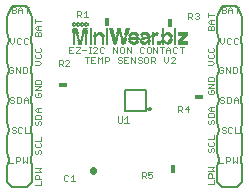
<source format=gto>
G75*
%MOIN*%
%OFA0B0*%
%FSLAX24Y24*%
%IPPOS*%
%LPD*%
%AMOC8*
5,1,8,0,0,1.08239X$1,22.5*
%
%ADD10C,0.0040*%
%ADD11C,0.0050*%
%ADD12C,0.0070*%
%ADD13C,0.0020*%
%ADD14R,0.0180X0.0300*%
%ADD15R,0.0300X0.0180*%
%ADD16C,0.0220*%
%ADD17C,0.0080*%
%ADD18R,0.0042X0.0007*%
%ADD19R,0.0035X0.0007*%
%ADD20R,0.0028X0.0007*%
%ADD21R,0.0099X0.0007*%
%ADD22R,0.0106X0.0007*%
%ADD23R,0.0092X0.0007*%
%ADD24R,0.0120X0.0007*%
%ADD25R,0.0113X0.0007*%
%ADD26R,0.0085X0.0007*%
%ADD27R,0.0333X0.0007*%
%ADD28R,0.0099X0.0007*%
%ADD29R,0.0106X0.0007*%
%ADD30R,0.0092X0.0007*%
%ADD31R,0.0163X0.0007*%
%ADD32R,0.0149X0.0007*%
%ADD33R,0.0092X0.0007*%
%ADD34R,0.0127X0.0007*%
%ADD35R,0.0333X0.0007*%
%ADD36R,0.0099X0.0007*%
%ADD37R,0.0106X0.0007*%
%ADD38R,0.0092X0.0007*%
%ADD39R,0.0113X0.0007*%
%ADD40R,0.0191X0.0007*%
%ADD41R,0.0177X0.0007*%
%ADD42R,0.0092X0.0007*%
%ADD43R,0.0149X0.0007*%
%ADD44R,0.0333X0.0007*%
%ADD45R,0.0120X0.0007*%
%ADD46R,0.0212X0.0007*%
%ADD47R,0.0191X0.0007*%
%ADD48R,0.0092X0.0007*%
%ADD49R,0.0177X0.0007*%
%ADD50R,0.0120X0.0007*%
%ADD51R,0.0234X0.0007*%
%ADD52R,0.0205X0.0007*%
%ADD53R,0.0099X0.0007*%
%ADD54R,0.0120X0.0007*%
%ADD55R,0.0092X0.0007*%
%ADD56R,0.0113X0.0007*%
%ADD57R,0.0120X0.0007*%
%ADD58R,0.0255X0.0007*%
%ADD59R,0.0220X0.0007*%
%ADD60R,0.0092X0.0007*%
%ADD61R,0.0106X0.0007*%
%ADD62R,0.0198X0.0007*%
%ADD63R,0.0333X0.0007*%
%ADD64R,0.0135X0.0007*%
%ADD65R,0.0127X0.0007*%
%ADD66R,0.0269X0.0007*%
%ADD67R,0.0326X0.0007*%
%ADD68R,0.0212X0.0007*%
%ADD69R,0.0135X0.0007*%
%ADD70R,0.0127X0.0007*%
%ADD71R,0.0127X0.0007*%
%ADD72R,0.0283X0.0007*%
%ADD73R,0.0333X0.0007*%
%ADD74R,0.0227X0.0007*%
%ADD75R,0.0135X0.0007*%
%ADD76R,0.0127X0.0007*%
%ADD77R,0.0290X0.0007*%
%ADD78R,0.0333X0.0007*%
%ADD79R,0.0135X0.0007*%
%ADD80R,0.0297X0.0007*%
%ADD81R,0.0340X0.0007*%
%ADD82R,0.0149X0.0007*%
%ADD83R,0.0135X0.0007*%
%ADD84R,0.0142X0.0007*%
%ADD85R,0.0312X0.0007*%
%ADD86R,0.0156X0.0007*%
%ADD87R,0.0340X0.0007*%
%ADD88R,0.0142X0.0007*%
%ADD89R,0.0120X0.0007*%
%ADD90R,0.0142X0.0007*%
%ADD91R,0.0326X0.0007*%
%ADD92R,0.0149X0.0007*%
%ADD93R,0.0142X0.0007*%
%ADD94R,0.0106X0.0007*%
%ADD95R,0.0127X0.0007*%
%ADD96R,0.0135X0.0007*%
%ADD97R,0.0113X0.0007*%
%ADD98R,0.0163X0.0007*%
%ADD99R,0.0163X0.0007*%
%ADD100R,0.0156X0.0007*%
%ADD101R,0.0113X0.0007*%
%ADD102R,0.0120X0.0007*%
%ADD103R,0.0163X0.0007*%
%ADD104R,0.0163X0.0007*%
%ADD105R,0.0085X0.0007*%
%ADD106R,0.0170X0.0007*%
%ADD107R,0.0177X0.0007*%
%ADD108R,0.0085X0.0007*%
%ADD109R,0.0078X0.0007*%
%ADD110R,0.0177X0.0007*%
%ADD111R,0.0106X0.0007*%
%ADD112R,0.0113X0.0007*%
%ADD113R,0.0085X0.0007*%
%ADD114R,0.0177X0.0007*%
%ADD115R,0.0085X0.0007*%
%ADD116R,0.0177X0.0007*%
%ADD117R,0.0177X0.0007*%
%ADD118R,0.0099X0.0007*%
%ADD119R,0.0184X0.0007*%
%ADD120R,0.0099X0.0007*%
%ADD121R,0.0368X0.0007*%
%ADD122R,0.0191X0.0007*%
%ADD123R,0.0368X0.0007*%
%ADD124R,0.0163X0.0007*%
%ADD125R,0.0184X0.0007*%
%ADD126R,0.0368X0.0007*%
%ADD127R,0.0290X0.0007*%
%ADD128R,0.0113X0.0007*%
%ADD129R,0.0085X0.0007*%
%ADD130R,0.0368X0.0007*%
%ADD131R,0.0276X0.0007*%
%ADD132R,0.0361X0.0007*%
%ADD133R,0.0255X0.0007*%
%ADD134R,0.0085X0.0007*%
%ADD135R,0.0361X0.0007*%
%ADD136R,0.0220X0.0007*%
%ADD137R,0.0361X0.0007*%
%ADD138R,0.0099X0.0007*%
%ADD139R,0.0106X0.0007*%
%ADD140R,0.0106X0.0007*%
%ADD141R,0.0120X0.0007*%
%ADD142R,0.0219X0.0007*%
%ADD143R,0.0142X0.0007*%
%ADD144R,0.0219X0.0007*%
%ADD145R,0.0312X0.0007*%
%ADD146R,0.0219X0.0007*%
%ADD147R,0.0347X0.0007*%
%ADD148R,0.0312X0.0007*%
%ADD149R,0.0304X0.0007*%
%ADD150R,0.0340X0.0007*%
%ADD151R,0.0312X0.0007*%
%ADD152R,0.0234X0.0007*%
%ADD153R,0.0297X0.0007*%
%ADD154R,0.0219X0.0007*%
%ADD155R,0.0312X0.0007*%
%ADD156R,0.0227X0.0007*%
%ADD157R,0.0283X0.0007*%
%ADD158R,0.0290X0.0007*%
%ADD159R,0.0269X0.0007*%
%ADD160R,0.0205X0.0007*%
%ADD161R,0.0184X0.0007*%
%ADD162R,0.0255X0.0007*%
%ADD163R,0.0198X0.0007*%
%ADD164R,0.0191X0.0007*%
%ADD165R,0.0184X0.0007*%
%ADD166R,0.0241X0.0007*%
%ADD167R,0.0255X0.0007*%
%ADD168R,0.0191X0.0007*%
%ADD169R,0.0198X0.0007*%
%ADD170R,0.0184X0.0007*%
%ADD171R,0.0234X0.0007*%
%ADD172R,0.0212X0.0007*%
%ADD173R,0.0184X0.0007*%
%ADD174R,0.0170X0.0007*%
%ADD175R,0.0170X0.0007*%
%ADD176R,0.0156X0.0007*%
%ADD177R,0.0035X0.0007*%
%ADD178R,0.0170X0.0007*%
%ADD179R,0.0042X0.0007*%
%ADD180R,0.0064X0.0007*%
%ADD181R,0.0028X0.0007*%
%ADD182R,0.0035X0.0007*%
%ADD183R,0.0156X0.0007*%
%ADD184R,0.0177X0.0007*%
%ADD185R,0.0170X0.0007*%
%ADD186R,0.0028X0.0007*%
%ADD187R,0.0028X0.0007*%
%ADD188R,0.0057X0.0007*%
%ADD189R,0.0057X0.0007*%
%ADD190R,0.0042X0.0007*%
%ADD191R,0.0043X0.0007*%
%ADD192R,0.0050X0.0007*%
%ADD193R,0.0050X0.0007*%
%ADD194R,0.0043X0.0007*%
%ADD195R,0.0043X0.0007*%
%ADD196R,0.0035X0.0007*%
%ADD197R,0.0035X0.0007*%
%ADD198R,0.0078X0.0007*%
%ADD199R,0.0064X0.0007*%
D10*
X001182Y000615D02*
X001382Y000615D01*
X001382Y000748D01*
X001382Y000836D02*
X001182Y000836D01*
X001182Y000936D01*
X001216Y000969D01*
X001282Y000969D01*
X001316Y000936D01*
X001316Y000836D01*
X001382Y001057D02*
X001182Y001057D01*
X001316Y001124D02*
X001382Y001190D01*
X001182Y001190D01*
X001316Y001124D02*
X001382Y001057D01*
X000895Y001363D02*
X000895Y001563D01*
X000762Y001563D02*
X000762Y001363D01*
X000829Y001430D01*
X000895Y001363D01*
X000674Y001463D02*
X000674Y001530D01*
X000641Y001563D01*
X000541Y001563D01*
X000541Y001363D01*
X000541Y001430D02*
X000641Y001430D01*
X000674Y001463D01*
X000453Y001363D02*
X000320Y001363D01*
X000320Y001563D01*
X000432Y002347D02*
X000399Y002381D01*
X000432Y002347D02*
X000499Y002347D01*
X000532Y002381D01*
X000532Y002414D01*
X000499Y002447D01*
X000432Y002447D01*
X000399Y002481D01*
X000399Y002514D01*
X000432Y002547D01*
X000499Y002547D01*
X000532Y002514D01*
X000620Y002514D02*
X000620Y002381D01*
X000653Y002347D01*
X000720Y002347D01*
X000753Y002381D01*
X000841Y002347D02*
X000974Y002347D01*
X000841Y002347D02*
X000841Y002547D01*
X000753Y002514D02*
X000720Y002547D01*
X000653Y002547D01*
X000620Y002514D01*
X001182Y002656D02*
X001216Y002623D01*
X001249Y002623D01*
X001282Y002656D01*
X001282Y002723D01*
X001316Y002756D01*
X001349Y002756D01*
X001382Y002723D01*
X001382Y002656D01*
X001349Y002623D01*
X001182Y002656D02*
X001182Y002723D01*
X001216Y002756D01*
X001182Y002844D02*
X001182Y002944D01*
X001216Y002977D01*
X001349Y002977D01*
X001382Y002944D01*
X001382Y002844D01*
X001182Y002844D01*
X001249Y003065D02*
X001182Y003131D01*
X001249Y003198D01*
X001382Y003198D01*
X001282Y003198D02*
X001282Y003065D01*
X001249Y003065D02*
X001382Y003065D01*
X000935Y003371D02*
X000935Y003504D01*
X000868Y003571D01*
X000801Y003504D01*
X000801Y003371D01*
X000714Y003404D02*
X000714Y003538D01*
X000680Y003571D01*
X000580Y003571D01*
X000580Y003371D01*
X000680Y003371D01*
X000714Y003404D01*
X000801Y003471D02*
X000935Y003471D01*
X001182Y003601D02*
X001182Y003668D01*
X001216Y003701D01*
X001182Y003668D01*
X001182Y003601D01*
X001216Y003568D01*
X001349Y003568D01*
X001382Y003601D01*
X001382Y003668D01*
X001349Y003701D01*
X001282Y003701D01*
X001282Y003634D01*
X001282Y003701D01*
X001349Y003701D01*
X001382Y003668D01*
X001382Y003601D01*
X001349Y003568D01*
X001216Y003568D01*
X001182Y003601D01*
X001182Y003789D02*
X001382Y003922D01*
X001182Y003922D01*
X001382Y003922D01*
X001182Y003789D01*
X001382Y003789D01*
X001182Y003789D01*
X001182Y004010D02*
X001182Y004110D01*
X001216Y004143D01*
X001349Y004143D01*
X001382Y004110D01*
X001382Y004010D01*
X001182Y004010D01*
X001182Y004110D01*
X001216Y004143D01*
X001349Y004143D01*
X001382Y004110D01*
X001382Y004010D01*
X001182Y004010D01*
X000862Y004355D02*
X000762Y004355D01*
X000762Y004555D01*
X000862Y004555D01*
X000895Y004522D01*
X000895Y004388D01*
X000862Y004355D01*
X000674Y004355D02*
X000674Y004555D01*
X000541Y004555D02*
X000674Y004355D01*
X000541Y004355D02*
X000541Y004555D01*
X000453Y004522D02*
X000420Y004555D01*
X000353Y004555D01*
X000320Y004522D01*
X000320Y004388D01*
X000353Y004355D01*
X000420Y004355D01*
X000453Y004388D01*
X000453Y004455D01*
X000387Y004455D01*
X001186Y004637D02*
X001319Y004637D01*
X001386Y004704D01*
X001319Y004770D01*
X001186Y004770D01*
X001219Y004858D02*
X001353Y004858D01*
X001386Y004891D01*
X001386Y004958D01*
X001353Y004991D01*
X001353Y005079D02*
X001386Y005112D01*
X001386Y005179D01*
X001353Y005212D01*
X001353Y005079D02*
X001219Y005079D01*
X001186Y005112D01*
X001186Y005179D01*
X001219Y005212D01*
X001219Y004991D02*
X001186Y004958D01*
X001186Y004891D01*
X001219Y004858D01*
X000901Y005339D02*
X000835Y005339D01*
X000801Y005373D01*
X000801Y005506D01*
X000835Y005539D01*
X000901Y005539D01*
X000935Y005506D01*
X000935Y005373D02*
X000901Y005339D01*
X000714Y005373D02*
X000680Y005339D01*
X000614Y005339D01*
X000580Y005373D01*
X000580Y005506D01*
X000614Y005539D01*
X000680Y005539D01*
X000714Y005506D01*
X000493Y005539D02*
X000493Y005406D01*
X000426Y005339D01*
X000359Y005406D01*
X000359Y005539D01*
X001170Y005584D02*
X001170Y005684D01*
X001204Y005717D01*
X001237Y005717D01*
X001270Y005684D01*
X001270Y005584D01*
X001370Y005584D02*
X001170Y005584D01*
X001270Y005684D02*
X001304Y005717D01*
X001337Y005717D01*
X001370Y005684D01*
X001370Y005584D01*
X001370Y005805D02*
X001237Y005805D01*
X001170Y005872D01*
X001237Y005938D01*
X001370Y005938D01*
X001270Y005938D02*
X001270Y005805D01*
X001170Y006026D02*
X001170Y006159D01*
X001170Y006093D02*
X001370Y006093D01*
X000907Y006363D02*
X000907Y006563D01*
X000841Y006563D02*
X000974Y006563D01*
X000753Y006496D02*
X000753Y006363D01*
X000753Y006463D02*
X000620Y006463D01*
X000620Y006496D02*
X000620Y006363D01*
X000532Y006396D02*
X000532Y006430D01*
X000499Y006463D01*
X000399Y006463D01*
X000499Y006463D02*
X000532Y006496D01*
X000532Y006530D01*
X000499Y006563D01*
X000399Y006563D01*
X000399Y006363D01*
X000499Y006363D01*
X000532Y006396D01*
X000620Y006496D02*
X000686Y006563D01*
X000753Y006496D01*
X002316Y005241D02*
X002316Y005041D01*
X002450Y005041D01*
X002537Y005041D02*
X002671Y005041D01*
X002758Y005141D02*
X002892Y005141D01*
X002979Y005041D02*
X003046Y005041D01*
X003013Y005041D02*
X003013Y005241D01*
X003046Y005241D02*
X002979Y005241D01*
X003127Y005208D02*
X003160Y005241D01*
X003227Y005241D01*
X003260Y005208D01*
X003260Y005174D01*
X003127Y005041D01*
X003260Y005041D01*
X003348Y005074D02*
X003348Y005208D01*
X003381Y005241D01*
X003448Y005241D01*
X003481Y005208D01*
X003481Y005074D02*
X003448Y005041D01*
X003381Y005041D01*
X003348Y005074D01*
X003408Y004881D02*
X003341Y004814D01*
X003274Y004881D01*
X003274Y004681D01*
X003187Y004681D02*
X003053Y004681D01*
X003053Y004881D01*
X003187Y004881D01*
X003120Y004781D02*
X003053Y004781D01*
X002966Y004881D02*
X002832Y004881D01*
X002899Y004881D02*
X002899Y004681D01*
X002537Y005041D02*
X002537Y005074D01*
X002671Y005208D01*
X002671Y005241D01*
X002537Y005241D01*
X002450Y005241D02*
X002316Y005241D01*
X002316Y005141D02*
X002383Y005141D01*
X002283Y004793D02*
X002216Y004793D01*
X002183Y004760D01*
X002096Y004760D02*
X002096Y004693D01*
X002062Y004660D01*
X001962Y004660D01*
X002029Y004660D02*
X002096Y004593D01*
X002183Y004593D02*
X002317Y004726D01*
X002317Y004760D01*
X002283Y004793D01*
X002096Y004760D02*
X002062Y004793D01*
X001962Y004793D01*
X001962Y004593D01*
X002183Y004593D02*
X002317Y004593D01*
X003408Y004681D02*
X003408Y004881D01*
X003495Y004881D02*
X003595Y004881D01*
X003629Y004848D01*
X003629Y004781D01*
X003595Y004748D01*
X003495Y004748D01*
X003495Y004681D02*
X003495Y004881D01*
X003790Y005041D02*
X003790Y005241D01*
X003923Y005041D01*
X003923Y005241D01*
X004011Y005208D02*
X004011Y005074D01*
X004044Y005041D01*
X004111Y005041D01*
X004144Y005074D01*
X004144Y005208D01*
X004111Y005241D01*
X004044Y005241D01*
X004011Y005208D01*
X004232Y005241D02*
X004232Y005041D01*
X004365Y005041D02*
X004365Y005241D01*
X004232Y005241D02*
X004365Y005041D01*
X004379Y004881D02*
X004512Y004681D01*
X004512Y004881D01*
X004379Y004881D02*
X004379Y004681D01*
X004292Y004681D02*
X004158Y004681D01*
X004158Y004881D01*
X004292Y004881D01*
X004225Y004781D02*
X004158Y004781D01*
X004071Y004748D02*
X004071Y004714D01*
X004037Y004681D01*
X003970Y004681D01*
X003937Y004714D01*
X003970Y004781D02*
X004037Y004781D01*
X004071Y004748D01*
X004071Y004848D02*
X004037Y004881D01*
X003970Y004881D01*
X003937Y004848D01*
X003937Y004814D01*
X003970Y004781D01*
X004600Y004814D02*
X004633Y004781D01*
X004700Y004781D01*
X004733Y004748D01*
X004733Y004714D01*
X004700Y004681D01*
X004633Y004681D01*
X004600Y004714D01*
X004600Y004814D02*
X004600Y004848D01*
X004633Y004881D01*
X004700Y004881D01*
X004733Y004848D01*
X004821Y004848D02*
X004821Y004714D01*
X004854Y004681D01*
X004921Y004681D01*
X004954Y004714D01*
X004954Y004848D01*
X004921Y004881D01*
X004854Y004881D01*
X004821Y004848D01*
X004774Y005041D02*
X004707Y005041D01*
X004674Y005074D01*
X004674Y005208D01*
X004707Y005241D01*
X004774Y005241D01*
X004807Y005208D01*
X004895Y005208D02*
X004928Y005241D01*
X004995Y005241D01*
X005028Y005208D01*
X005028Y005074D01*
X004995Y005041D01*
X004928Y005041D01*
X004895Y005074D01*
X004895Y005208D01*
X004807Y005074D02*
X004774Y005041D01*
X005042Y004881D02*
X005142Y004881D01*
X005175Y004848D01*
X005175Y004781D01*
X005142Y004748D01*
X005042Y004748D01*
X005109Y004748D02*
X005175Y004681D01*
X005042Y004681D02*
X005042Y004881D01*
X005116Y005041D02*
X005116Y005241D01*
X005249Y005041D01*
X005249Y005241D01*
X005337Y005241D02*
X005470Y005241D01*
X005403Y005241D02*
X005403Y005041D01*
X005558Y005041D02*
X005558Y005174D01*
X005624Y005241D01*
X005691Y005174D01*
X005691Y005041D01*
X005779Y005074D02*
X005812Y005041D01*
X005879Y005041D01*
X005912Y005074D01*
X005779Y005074D02*
X005779Y005208D01*
X005812Y005241D01*
X005879Y005241D01*
X005912Y005208D01*
X006000Y005241D02*
X006133Y005241D01*
X006066Y005241D02*
X006066Y005041D01*
X005838Y004848D02*
X005805Y004881D01*
X005738Y004881D01*
X005705Y004848D01*
X005617Y004881D02*
X005617Y004748D01*
X005551Y004681D01*
X005484Y004748D01*
X005484Y004881D01*
X005705Y004681D02*
X005838Y004814D01*
X005838Y004848D01*
X005838Y004681D02*
X005705Y004681D01*
X005691Y005141D02*
X005558Y005141D01*
X006281Y006157D02*
X006281Y006357D01*
X006381Y006357D01*
X006414Y006323D01*
X006414Y006257D01*
X006381Y006223D01*
X006281Y006223D01*
X006348Y006223D02*
X006414Y006157D01*
X006502Y006190D02*
X006535Y006157D01*
X006602Y006157D01*
X006635Y006190D01*
X006635Y006223D01*
X006602Y006257D01*
X006569Y006257D01*
X006602Y006257D02*
X006635Y006290D01*
X006635Y006323D01*
X006602Y006357D01*
X006535Y006357D01*
X006502Y006323D01*
X006934Y006293D02*
X007134Y006293D01*
X007134Y006139D02*
X007001Y006139D01*
X006934Y006072D01*
X007001Y006005D01*
X007134Y006005D01*
X007034Y006005D02*
X007034Y006139D01*
X006934Y006226D02*
X006934Y006360D01*
X007399Y006363D02*
X007499Y006363D01*
X007532Y006396D01*
X007532Y006430D01*
X007499Y006463D01*
X007399Y006463D01*
X007499Y006463D02*
X007532Y006496D01*
X007532Y006530D01*
X007499Y006563D01*
X007399Y006563D01*
X007399Y006363D01*
X007620Y006363D02*
X007620Y006496D01*
X007686Y006563D01*
X007753Y006496D01*
X007753Y006363D01*
X007753Y006463D02*
X007620Y006463D01*
X007841Y006563D02*
X007974Y006563D01*
X007907Y006563D02*
X007907Y006363D01*
X007134Y005884D02*
X007134Y005784D01*
X006934Y005784D01*
X006934Y005884D01*
X006968Y005918D01*
X007001Y005918D01*
X007034Y005884D01*
X007034Y005784D01*
X007034Y005884D02*
X007068Y005918D01*
X007101Y005918D01*
X007134Y005884D01*
X007359Y005539D02*
X007359Y005406D01*
X007426Y005339D01*
X007493Y005406D01*
X007493Y005539D01*
X007580Y005506D02*
X007580Y005373D01*
X007614Y005339D01*
X007680Y005339D01*
X007714Y005373D01*
X007801Y005373D02*
X007835Y005339D01*
X007901Y005339D01*
X007935Y005373D01*
X007935Y005506D02*
X007901Y005539D01*
X007835Y005539D01*
X007801Y005506D01*
X007801Y005373D01*
X007714Y005506D02*
X007680Y005539D01*
X007614Y005539D01*
X007580Y005506D01*
X007158Y005177D02*
X007158Y005110D01*
X007125Y005077D01*
X006991Y005077D01*
X006958Y005110D01*
X006958Y005177D01*
X006991Y005210D01*
X007125Y005210D02*
X007158Y005177D01*
X007125Y004989D02*
X007158Y004956D01*
X007158Y004889D01*
X007125Y004856D01*
X006991Y004856D01*
X006958Y004889D01*
X006958Y004956D01*
X006991Y004989D01*
X006958Y004768D02*
X007091Y004768D01*
X007158Y004701D01*
X007091Y004635D01*
X006958Y004635D01*
X007320Y004522D02*
X007320Y004388D01*
X007353Y004355D01*
X007420Y004355D01*
X007453Y004388D01*
X007453Y004455D01*
X007387Y004455D01*
X007453Y004522D02*
X007420Y004555D01*
X007353Y004555D01*
X007320Y004522D01*
X007541Y004555D02*
X007541Y004355D01*
X007674Y004355D02*
X007674Y004555D01*
X007762Y004555D02*
X007862Y004555D01*
X007895Y004522D01*
X007895Y004388D01*
X007862Y004355D01*
X007762Y004355D01*
X007762Y004555D01*
X007674Y004355D02*
X007541Y004555D01*
X007158Y004192D02*
X007125Y004226D01*
X006991Y004226D01*
X006958Y004192D01*
X006958Y004092D01*
X007158Y004092D01*
X007158Y004192D01*
X007158Y004005D02*
X006958Y004005D01*
X006958Y003871D02*
X007158Y004005D01*
X007158Y003871D02*
X006958Y003871D01*
X006991Y003784D02*
X006958Y003750D01*
X006958Y003684D01*
X006991Y003650D01*
X007125Y003650D01*
X007158Y003684D01*
X007158Y003750D01*
X007125Y003784D01*
X007058Y003784D01*
X007058Y003717D01*
X007359Y003538D02*
X007359Y003504D01*
X007393Y003471D01*
X007459Y003471D01*
X007493Y003438D01*
X007493Y003404D01*
X007459Y003371D01*
X007393Y003371D01*
X007359Y003404D01*
X007359Y003538D02*
X007393Y003571D01*
X007459Y003571D01*
X007493Y003538D01*
X007580Y003571D02*
X007680Y003571D01*
X007714Y003538D01*
X007714Y003404D01*
X007680Y003371D01*
X007580Y003371D01*
X007580Y003571D01*
X007801Y003504D02*
X007801Y003371D01*
X007801Y003471D02*
X007935Y003471D01*
X007935Y003504D02*
X007935Y003371D01*
X007935Y003504D02*
X007868Y003571D01*
X007801Y003504D01*
X007158Y003241D02*
X007025Y003241D01*
X006958Y003175D01*
X007025Y003108D01*
X007158Y003108D01*
X007125Y003020D02*
X006991Y003020D01*
X006958Y002987D01*
X006958Y002887D01*
X007158Y002887D01*
X007158Y002987D01*
X007125Y003020D01*
X007058Y003108D02*
X007058Y003241D01*
X007091Y002800D02*
X007125Y002800D01*
X007158Y002766D01*
X007158Y002699D01*
X007125Y002666D01*
X007058Y002699D02*
X007058Y002766D01*
X007091Y002800D01*
X006991Y002800D02*
X006958Y002766D01*
X006958Y002699D01*
X006991Y002666D01*
X007025Y002666D01*
X007058Y002699D01*
X007399Y002514D02*
X007399Y002481D01*
X007432Y002447D01*
X007499Y002447D01*
X007532Y002414D01*
X007532Y002381D01*
X007499Y002347D01*
X007432Y002347D01*
X007399Y002381D01*
X007399Y002514D02*
X007432Y002547D01*
X007499Y002547D01*
X007532Y002514D01*
X007620Y002514D02*
X007620Y002381D01*
X007653Y002347D01*
X007720Y002347D01*
X007753Y002381D01*
X007841Y002347D02*
X007974Y002347D01*
X007841Y002347D02*
X007841Y002547D01*
X007753Y002514D02*
X007720Y002547D01*
X007653Y002547D01*
X007620Y002514D01*
X007158Y002297D02*
X007158Y002163D01*
X006958Y002163D01*
X006991Y002076D02*
X006958Y002042D01*
X006958Y001976D01*
X006991Y001942D01*
X007125Y001942D01*
X007158Y001976D01*
X007158Y002042D01*
X007125Y002076D01*
X007125Y001855D02*
X007091Y001855D01*
X007058Y001821D01*
X007058Y001755D01*
X007025Y001721D01*
X006991Y001721D01*
X006958Y001755D01*
X006958Y001821D01*
X006991Y001855D01*
X007125Y001855D02*
X007158Y001821D01*
X007158Y001755D01*
X007125Y001721D01*
X007320Y001563D02*
X007320Y001363D01*
X007453Y001363D01*
X007541Y001363D02*
X007541Y001563D01*
X007641Y001563D01*
X007674Y001530D01*
X007674Y001463D01*
X007641Y001430D01*
X007541Y001430D01*
X007762Y001363D02*
X007762Y001563D01*
X007895Y001563D02*
X007895Y001363D01*
X007829Y001430D01*
X007762Y001363D01*
X007158Y001234D02*
X006958Y001234D01*
X007091Y001167D02*
X007158Y001234D01*
X007091Y001167D02*
X007158Y001100D01*
X006958Y001100D01*
X006991Y001013D02*
X007058Y001013D01*
X007091Y000979D01*
X007091Y000879D01*
X007158Y000879D02*
X006958Y000879D01*
X006958Y000979D01*
X006991Y001013D01*
X007158Y000792D02*
X007158Y000658D01*
X006958Y000658D01*
X005082Y000881D02*
X005049Y000847D01*
X004982Y000847D01*
X004949Y000881D01*
X004949Y000947D02*
X005016Y000981D01*
X005049Y000981D01*
X005082Y000947D01*
X005082Y000881D01*
X004949Y000947D02*
X004949Y001047D01*
X005082Y001047D01*
X004861Y001014D02*
X004861Y000947D01*
X004828Y000914D01*
X004728Y000914D01*
X004728Y000847D02*
X004728Y001047D01*
X004828Y001047D01*
X004861Y001014D01*
X004795Y000914D02*
X004861Y000847D01*
X002498Y000765D02*
X002364Y000765D01*
X002431Y000765D02*
X002431Y000965D01*
X002364Y000899D01*
X002277Y000932D02*
X002243Y000965D01*
X002177Y000965D01*
X002143Y000932D01*
X002143Y000799D01*
X002177Y000765D01*
X002243Y000765D01*
X002277Y000799D01*
X001374Y001695D02*
X001341Y001662D01*
X001374Y001695D02*
X001374Y001762D01*
X001341Y001796D01*
X001308Y001796D01*
X001274Y001762D01*
X001274Y001695D01*
X001241Y001662D01*
X001208Y001662D01*
X001174Y001695D01*
X001174Y001762D01*
X001208Y001796D01*
X001208Y001883D02*
X001341Y001883D01*
X001374Y001916D01*
X001374Y001983D01*
X001341Y002017D01*
X001374Y002104D02*
X001174Y002104D01*
X001208Y002017D02*
X001174Y001983D01*
X001174Y001916D01*
X001208Y001883D01*
X001374Y002104D02*
X001374Y002238D01*
X000459Y003371D02*
X000393Y003371D01*
X000359Y003404D01*
X000393Y003471D02*
X000459Y003471D01*
X000493Y003438D01*
X000493Y003404D01*
X000459Y003371D01*
X000393Y003471D02*
X000359Y003504D01*
X000359Y003538D01*
X000393Y003571D01*
X000459Y003571D01*
X000493Y003538D01*
X002590Y006224D02*
X002590Y006425D01*
X002690Y006425D01*
X002724Y006391D01*
X002724Y006325D01*
X002690Y006291D01*
X002590Y006291D01*
X002657Y006291D02*
X002724Y006224D01*
X002811Y006224D02*
X002945Y006224D01*
X002878Y006224D02*
X002878Y006425D01*
X002811Y006358D01*
X005952Y003276D02*
X006053Y003276D01*
X006086Y003242D01*
X006086Y003176D01*
X006053Y003142D01*
X005952Y003142D01*
X005952Y003076D02*
X005952Y003276D01*
X006019Y003142D02*
X006086Y003076D01*
X006173Y003176D02*
X006307Y003176D01*
X006274Y003076D02*
X006274Y003276D01*
X006173Y003176D01*
D11*
X004874Y003083D02*
X004174Y003083D01*
X004174Y003783D01*
X004874Y003783D01*
X004874Y003083D01*
D12*
X004957Y003163D02*
X004959Y003174D01*
X004964Y003185D01*
X004972Y003193D01*
X004983Y003198D01*
X004994Y003200D01*
X005005Y003198D01*
X005016Y003193D01*
X005024Y003185D01*
X005029Y003174D01*
X005031Y003163D01*
X005029Y003152D01*
X005024Y003141D01*
X005016Y003133D01*
X005005Y003128D01*
X004994Y003126D01*
X004983Y003128D01*
X004972Y003133D01*
X004964Y003141D01*
X004959Y003152D01*
X004957Y003163D01*
D13*
X004302Y002693D02*
X004155Y002693D01*
X004229Y002693D02*
X004229Y002914D01*
X004155Y002840D01*
X004081Y002914D02*
X004081Y002730D01*
X004045Y002693D01*
X003971Y002693D01*
X003934Y002730D01*
X003934Y002914D01*
D14*
X005769Y001161D03*
X005666Y006041D03*
X003576Y006075D03*
D15*
X002100Y003949D03*
X006631Y003556D03*
D16*
X003127Y001131D02*
X003127Y001106D01*
D17*
X000420Y000556D02*
X000249Y000727D01*
X000249Y001227D01*
X000302Y001477D01*
X000249Y001727D01*
X000249Y002227D01*
X000302Y002477D01*
X000249Y002727D01*
X000249Y003227D01*
X000302Y003477D01*
X000249Y003727D01*
X000249Y004227D01*
X000302Y004477D01*
X000249Y004727D01*
X000249Y005227D01*
X000302Y005477D01*
X000249Y005727D01*
X000249Y006227D01*
X000420Y006595D01*
X000920Y006595D01*
X001091Y006227D01*
X001091Y005727D01*
X001038Y005477D01*
X001091Y005227D01*
X001091Y004727D01*
X001038Y004477D01*
X001091Y004227D01*
X001091Y003727D01*
X001038Y003477D01*
X001091Y003227D01*
X001091Y002727D01*
X001038Y002477D01*
X001091Y002227D01*
X001091Y001727D01*
X001038Y001477D01*
X001091Y001227D01*
X001091Y000727D01*
X000920Y000556D01*
X000420Y000556D01*
X007249Y000727D02*
X007420Y000556D01*
X007920Y000556D01*
X008091Y000727D01*
X008091Y001227D01*
X008038Y001477D01*
X008091Y001727D01*
X008091Y002227D01*
X008038Y002477D01*
X008091Y002727D01*
X008091Y003227D01*
X008038Y003477D01*
X008091Y003727D01*
X008091Y004227D01*
X008038Y004477D01*
X008091Y004727D01*
X008091Y005227D01*
X008038Y005477D01*
X008091Y005727D01*
X008091Y006227D01*
X007920Y006595D01*
X007420Y006595D01*
X007249Y006227D01*
X007249Y005727D01*
X007302Y005477D01*
X007249Y005227D01*
X007249Y004727D01*
X007302Y004477D01*
X007249Y004227D01*
X007249Y003727D01*
X007302Y003477D01*
X007249Y003227D01*
X007249Y002727D01*
X007302Y002477D01*
X007249Y002227D01*
X007249Y001727D01*
X007302Y001477D01*
X007249Y001227D01*
X007249Y000727D01*
D18*
X004472Y005300D03*
X002935Y005951D03*
X002921Y005993D03*
X002850Y005951D03*
X002850Y005944D03*
X002801Y005951D03*
X002787Y005993D03*
X002716Y005951D03*
X002716Y005944D03*
X002666Y005951D03*
X002652Y005993D03*
X002624Y005894D03*
X002758Y005894D03*
X002893Y005894D03*
X002518Y005993D03*
X002447Y005951D03*
X002447Y005944D03*
X002489Y005894D03*
D19*
X002486Y006043D03*
X004801Y005300D03*
D20*
X005272Y005703D03*
X005598Y005300D03*
D21*
X005598Y005307D03*
X005711Y005455D03*
X005711Y005469D03*
X005711Y005505D03*
X005711Y005519D03*
X005704Y005569D03*
X005853Y005569D03*
X005853Y005554D03*
X005853Y005519D03*
X005853Y005505D03*
X005853Y005469D03*
X005853Y005455D03*
X005853Y005420D03*
X005853Y005406D03*
X005853Y005377D03*
X005853Y005356D03*
X005853Y005328D03*
X005853Y005307D03*
X005853Y005597D03*
X005853Y005618D03*
X005853Y005647D03*
X005853Y005668D03*
X005853Y005746D03*
X005853Y005774D03*
X005853Y005795D03*
X005853Y005824D03*
X005442Y005554D03*
X005116Y005519D03*
X005116Y005505D03*
X005116Y005469D03*
X005116Y005455D03*
X005116Y005420D03*
X005116Y005406D03*
X005116Y005377D03*
X005116Y005356D03*
X005116Y005328D03*
X005116Y005307D03*
X004968Y005455D03*
X004968Y005469D03*
X004968Y005569D03*
X004968Y005597D03*
X004741Y005597D03*
X004734Y005455D03*
X004592Y005420D03*
X004585Y005406D03*
X004592Y005554D03*
X004578Y005597D03*
X004337Y005569D03*
X004337Y005554D03*
X004210Y005597D03*
X004203Y005569D03*
X004196Y005554D03*
X004189Y005519D03*
X004182Y005505D03*
X004344Y005420D03*
X004125Y005307D03*
X004061Y005554D03*
X004047Y005618D03*
X003799Y005505D03*
X003856Y005307D03*
X003431Y005307D03*
X003431Y005328D03*
X003431Y005356D03*
X003431Y005377D03*
X003431Y005406D03*
X003431Y005420D03*
X003431Y005455D03*
X003431Y005469D03*
X003431Y005505D03*
X003431Y005519D03*
X003431Y005554D03*
X003431Y005569D03*
X003183Y005569D03*
X003183Y005554D03*
X003035Y005554D03*
X003035Y005569D03*
X003035Y005597D03*
X003035Y005618D03*
X003035Y005647D03*
X003035Y005668D03*
X003035Y005746D03*
X003035Y005774D03*
X003035Y005795D03*
X003035Y005824D03*
X002886Y005647D03*
X002886Y005618D03*
X002886Y005597D03*
X002886Y005569D03*
X002886Y005554D03*
X002886Y005519D03*
X002886Y005505D03*
X002886Y005469D03*
X002886Y005455D03*
X002886Y005420D03*
X002886Y005406D03*
X002886Y005377D03*
X002886Y005356D03*
X002886Y005328D03*
X002886Y005307D03*
X003035Y005307D03*
X003035Y005328D03*
X003035Y005356D03*
X003035Y005377D03*
X003035Y005406D03*
X003035Y005420D03*
X003035Y005455D03*
X003035Y005469D03*
X003035Y005505D03*
X003035Y005519D03*
X002482Y005519D03*
X002482Y005505D03*
X002482Y005469D03*
X002482Y005455D03*
X002482Y005420D03*
X002482Y005406D03*
X002482Y005377D03*
X002482Y005356D03*
X002482Y005328D03*
X002482Y005307D03*
X002482Y005554D03*
X002482Y005569D03*
X002482Y005597D03*
X002482Y005618D03*
X002482Y005647D03*
D22*
X002684Y005307D03*
X003420Y005597D03*
X003753Y005668D03*
X003760Y005647D03*
X003767Y005618D03*
X003774Y005597D03*
X003782Y005569D03*
X003796Y005519D03*
X003746Y005696D03*
X004214Y005618D03*
X004221Y005647D03*
X004228Y005668D03*
X004249Y005746D03*
X004256Y005774D03*
X004263Y005795D03*
X004270Y005824D03*
X004348Y005597D03*
X004348Y005406D03*
X004964Y005420D03*
X004964Y005554D03*
X005233Y005668D03*
X005446Y005569D03*
X005446Y005420D03*
X005297Y005406D03*
X005297Y005377D03*
X005297Y005356D03*
X005297Y005328D03*
X005297Y005307D03*
X005701Y005420D03*
D23*
X005439Y005455D03*
X005439Y005469D03*
X005439Y005505D03*
X005439Y005519D03*
X005439Y005647D03*
X005439Y005668D03*
X005439Y005696D03*
X005439Y005746D03*
X005439Y005774D03*
X005439Y005795D03*
X005439Y005824D03*
X005113Y005668D03*
X005113Y005647D03*
X005439Y005356D03*
X005439Y005328D03*
X005439Y005307D03*
X004730Y005569D03*
X004589Y005569D03*
X004334Y005455D03*
X004072Y005505D03*
X004072Y005519D03*
X004058Y005569D03*
X004051Y005597D03*
X003930Y005597D03*
X003923Y005569D03*
X003909Y005505D03*
X003576Y005505D03*
X003576Y005519D03*
X003576Y005554D03*
X003576Y005569D03*
X003576Y005597D03*
X003576Y005618D03*
X003576Y005647D03*
X003576Y005668D03*
X003576Y005746D03*
X003576Y005774D03*
X003576Y005795D03*
X003576Y005824D03*
X003180Y005668D03*
X003180Y005647D03*
X003180Y005519D03*
X003180Y005505D03*
X003180Y005469D03*
X003180Y005455D03*
X003180Y005420D03*
X003180Y005406D03*
X003180Y005377D03*
X003180Y005356D03*
X003180Y005328D03*
X003180Y005307D03*
X003576Y005307D03*
X003576Y005328D03*
X003576Y005356D03*
X003576Y005377D03*
X003576Y005406D03*
X003576Y005420D03*
X003576Y005455D03*
X003576Y005469D03*
X002889Y005923D03*
X002620Y005923D03*
X002486Y005923D03*
X002585Y005647D03*
X002592Y005618D03*
X002599Y005597D03*
X002620Y005519D03*
X002620Y005505D03*
X002634Y005455D03*
X002748Y005505D03*
X002776Y005618D03*
X002783Y005647D03*
D24*
X004369Y005618D03*
X004468Y005696D03*
X004468Y005307D03*
X005226Y005647D03*
X005453Y005597D03*
X005453Y005406D03*
X006154Y005554D03*
D25*
X006122Y005519D03*
X006065Y005455D03*
X006023Y005406D03*
X005690Y005406D03*
X005690Y005597D03*
X004961Y005406D03*
X004798Y005307D03*
X004734Y005377D03*
X004748Y005469D03*
X004755Y005618D03*
X004125Y005328D03*
X003856Y005328D03*
X003728Y005774D03*
X003721Y005795D03*
X003714Y005824D03*
X003190Y005597D03*
D26*
X002758Y005554D03*
X002751Y005519D03*
X002610Y005554D03*
X004975Y005307D03*
D27*
X006104Y005307D03*
X006104Y005328D03*
X006104Y005356D03*
X006104Y005377D03*
D28*
X005853Y005363D03*
X005853Y005314D03*
X005853Y005413D03*
X005853Y005462D03*
X005853Y005512D03*
X005853Y005562D03*
X005853Y005611D03*
X005853Y005661D03*
X005853Y005781D03*
X005853Y005831D03*
X005704Y005562D03*
X005711Y005512D03*
X005711Y005462D03*
X005442Y005562D03*
X005116Y005512D03*
X005116Y005462D03*
X005116Y005413D03*
X005116Y005363D03*
X005116Y005314D03*
X004968Y005462D03*
X004968Y005562D03*
X004748Y005611D03*
X004592Y005562D03*
X004585Y005413D03*
X004344Y005413D03*
X004337Y005562D03*
X004210Y005611D03*
X004196Y005562D03*
X004224Y005661D03*
X004125Y005314D03*
X003856Y005314D03*
X003799Y005512D03*
X003785Y005562D03*
X003771Y005611D03*
X003431Y005562D03*
X003431Y005512D03*
X003431Y005462D03*
X003431Y005413D03*
X003431Y005363D03*
X003431Y005314D03*
X003183Y005562D03*
X003035Y005562D03*
X003035Y005611D03*
X003035Y005661D03*
X003035Y005781D03*
X003035Y005831D03*
X002886Y005611D03*
X002886Y005562D03*
X002886Y005512D03*
X002886Y005462D03*
X002886Y005413D03*
X002886Y005363D03*
X002886Y005314D03*
X003035Y005314D03*
X003035Y005363D03*
X003035Y005413D03*
X003035Y005462D03*
X003035Y005512D03*
X002482Y005512D03*
X002482Y005562D03*
X002482Y005611D03*
X002482Y005462D03*
X002482Y005413D03*
X002482Y005363D03*
X002482Y005314D03*
D29*
X002684Y005314D03*
X003760Y005661D03*
X003725Y005781D03*
X004256Y005781D03*
X004568Y005611D03*
X004737Y005462D03*
X004964Y005413D03*
X004957Y005611D03*
X005297Y005363D03*
X005297Y005314D03*
X005693Y005413D03*
D30*
X005439Y005462D03*
X005439Y005512D03*
X005439Y005661D03*
X005439Y005781D03*
X005439Y005831D03*
X005113Y005661D03*
X005439Y005314D03*
X004072Y005512D03*
X004058Y005562D03*
X004051Y005611D03*
X003923Y005562D03*
X003576Y005562D03*
X003576Y005611D03*
X003576Y005661D03*
X003576Y005781D03*
X003576Y005831D03*
X003576Y005512D03*
X003576Y005462D03*
X003576Y005413D03*
X003576Y005363D03*
X003576Y005314D03*
X003180Y005314D03*
X003180Y005363D03*
X003180Y005413D03*
X003180Y005462D03*
X003180Y005512D03*
X003180Y005661D03*
X002776Y005611D03*
X002762Y005562D03*
X002620Y005512D03*
X002634Y005462D03*
X002592Y005611D03*
D31*
X002854Y005781D03*
X004468Y005314D03*
D32*
X004801Y005314D03*
D33*
X004723Y005413D03*
X004971Y005314D03*
X004185Y005512D03*
X002606Y005562D03*
D34*
X003990Y005781D03*
X004125Y005363D03*
X005598Y005314D03*
D35*
X005559Y005363D03*
X006104Y005363D03*
X006104Y005314D03*
D36*
X005853Y005321D03*
X005853Y005335D03*
X005853Y005349D03*
X005853Y005370D03*
X005853Y005385D03*
X005853Y005399D03*
X005853Y005427D03*
X005853Y005434D03*
X005853Y005448D03*
X005853Y005477D03*
X005853Y005491D03*
X005853Y005498D03*
X005853Y005526D03*
X005853Y005540D03*
X005853Y005547D03*
X005853Y005576D03*
X005853Y005590D03*
X005853Y005604D03*
X005853Y005625D03*
X005853Y005639D03*
X005853Y005654D03*
X005853Y005675D03*
X005853Y005689D03*
X005853Y005739D03*
X005853Y005753D03*
X005853Y005767D03*
X005853Y005788D03*
X005853Y005802D03*
X005853Y005816D03*
X005711Y005547D03*
X005711Y005540D03*
X005711Y005526D03*
X005711Y005498D03*
X005711Y005491D03*
X005711Y005477D03*
X005704Y005434D03*
X005442Y005434D03*
X005442Y005448D03*
X005442Y005547D03*
X005237Y005675D03*
X005116Y005547D03*
X005116Y005540D03*
X005116Y005526D03*
X005116Y005498D03*
X005116Y005491D03*
X005116Y005477D03*
X005116Y005448D03*
X005116Y005434D03*
X005116Y005427D03*
X005116Y005399D03*
X005116Y005385D03*
X005116Y005370D03*
X005116Y005349D03*
X005116Y005335D03*
X005116Y005321D03*
X004968Y005427D03*
X004968Y005434D03*
X004968Y005448D03*
X004968Y005477D03*
X004968Y005576D03*
X004968Y005590D03*
X004961Y005604D03*
X004741Y005604D03*
X004592Y005547D03*
X004727Y005434D03*
X004727Y005399D03*
X004337Y005427D03*
X004337Y005434D03*
X004182Y005498D03*
X004189Y005526D03*
X004196Y005547D03*
X004203Y005576D03*
X004203Y005590D03*
X004210Y005604D03*
X004217Y005625D03*
X004217Y005639D03*
X004224Y005654D03*
X004231Y005689D03*
X004238Y005717D03*
X004245Y005739D03*
X004252Y005767D03*
X004260Y005788D03*
X004267Y005816D03*
X004337Y005576D03*
X004075Y005498D03*
X004068Y005526D03*
X003806Y005491D03*
X003792Y005540D03*
X003778Y005590D03*
X003764Y005639D03*
X003431Y005547D03*
X003431Y005540D03*
X003431Y005526D03*
X003431Y005498D03*
X003431Y005491D03*
X003431Y005477D03*
X003431Y005448D03*
X003431Y005434D03*
X003431Y005427D03*
X003431Y005399D03*
X003431Y005385D03*
X003431Y005370D03*
X003431Y005349D03*
X003431Y005335D03*
X003431Y005321D03*
X003183Y005547D03*
X003035Y005547D03*
X003035Y005540D03*
X003035Y005526D03*
X003035Y005498D03*
X003035Y005491D03*
X003035Y005477D03*
X003035Y005448D03*
X003035Y005434D03*
X003035Y005427D03*
X003035Y005399D03*
X003035Y005385D03*
X003035Y005370D03*
X003035Y005349D03*
X003035Y005335D03*
X003035Y005321D03*
X002886Y005321D03*
X002886Y005335D03*
X002886Y005349D03*
X002886Y005370D03*
X002886Y005385D03*
X002886Y005399D03*
X002886Y005427D03*
X002886Y005434D03*
X002886Y005448D03*
X002886Y005477D03*
X002886Y005491D03*
X002886Y005498D03*
X002886Y005526D03*
X002886Y005540D03*
X002886Y005547D03*
X002886Y005576D03*
X002886Y005590D03*
X002886Y005604D03*
X002886Y005625D03*
X002886Y005639D03*
X002886Y005654D03*
X003035Y005654D03*
X003035Y005639D03*
X003035Y005625D03*
X003035Y005604D03*
X003035Y005590D03*
X003035Y005576D03*
X003035Y005675D03*
X003035Y005689D03*
X003035Y005739D03*
X003035Y005753D03*
X003035Y005767D03*
X003035Y005788D03*
X003035Y005802D03*
X003035Y005816D03*
X002482Y005654D03*
X002482Y005639D03*
X002482Y005625D03*
X002482Y005604D03*
X002482Y005590D03*
X002482Y005576D03*
X002482Y005547D03*
X002482Y005540D03*
X002482Y005526D03*
X002482Y005498D03*
X002482Y005491D03*
X002482Y005477D03*
X002482Y005448D03*
X002482Y005434D03*
X002482Y005427D03*
X002482Y005399D03*
X002482Y005385D03*
X002482Y005370D03*
X002482Y005349D03*
X002482Y005335D03*
X002482Y005321D03*
D37*
X002684Y005321D03*
X003187Y005576D03*
X003428Y005576D03*
X003428Y005590D03*
X003753Y005675D03*
X003753Y005689D03*
X003746Y005703D03*
X003760Y005654D03*
X003767Y005625D03*
X003774Y005604D03*
X003782Y005576D03*
X003796Y005526D03*
X003803Y005498D03*
X003852Y005321D03*
X004228Y005675D03*
X004242Y005724D03*
X004249Y005753D03*
X004263Y005802D03*
X004355Y005604D03*
X004348Y005590D03*
X004355Y005399D03*
X004582Y005399D03*
X004730Y005385D03*
X005297Y005385D03*
X005297Y005399D03*
X005297Y005370D03*
X005297Y005349D03*
X005297Y005335D03*
X005297Y005321D03*
X005446Y005427D03*
X005446Y005576D03*
X005693Y005590D03*
X005701Y005576D03*
X005701Y005427D03*
X003732Y005753D03*
X003725Y005788D03*
X003718Y005816D03*
D38*
X003576Y005816D03*
X003576Y005802D03*
X003576Y005788D03*
X003576Y005767D03*
X003576Y005753D03*
X003576Y005739D03*
X003576Y005689D03*
X003576Y005675D03*
X003576Y005654D03*
X003576Y005639D03*
X003576Y005625D03*
X003576Y005604D03*
X003576Y005590D03*
X003576Y005576D03*
X003576Y005547D03*
X003576Y005540D03*
X003576Y005526D03*
X003576Y005498D03*
X003576Y005491D03*
X003576Y005477D03*
X003576Y005448D03*
X003576Y005434D03*
X003576Y005427D03*
X003576Y005399D03*
X003576Y005385D03*
X003576Y005370D03*
X003576Y005349D03*
X003576Y005335D03*
X003576Y005321D03*
X003180Y005321D03*
X003180Y005335D03*
X003180Y005349D03*
X003180Y005370D03*
X003180Y005385D03*
X003180Y005399D03*
X003180Y005427D03*
X003180Y005434D03*
X003180Y005448D03*
X003180Y005477D03*
X003180Y005491D03*
X003180Y005498D03*
X003180Y005526D03*
X003180Y005540D03*
X003180Y005639D03*
X003180Y005654D03*
X003180Y005675D03*
X003180Y005689D03*
X002783Y005639D03*
X002769Y005590D03*
X002613Y005547D03*
X002613Y005540D03*
X002627Y005491D03*
X002599Y005590D03*
X002599Y005604D03*
X002592Y005625D03*
X002585Y005639D03*
X002585Y005654D03*
X003916Y005540D03*
X003923Y005576D03*
X003930Y005590D03*
X003930Y005604D03*
X004044Y005625D03*
X004044Y005639D03*
X004051Y005604D03*
X004051Y005590D03*
X004058Y005576D03*
X004065Y005547D03*
X004065Y005540D03*
X004079Y005491D03*
X004178Y005491D03*
X004192Y005540D03*
X004334Y005448D03*
X004596Y005540D03*
X004589Y005576D03*
X004582Y005590D03*
X004737Y005590D03*
X004730Y005448D03*
X005113Y005654D03*
X005113Y005675D03*
X005113Y005689D03*
X005439Y005689D03*
X005439Y005675D03*
X005439Y005654D03*
X005439Y005639D03*
X005439Y005703D03*
X005439Y005717D03*
X005439Y005724D03*
X005439Y005739D03*
X005439Y005753D03*
X005439Y005767D03*
X005439Y005788D03*
X005439Y005802D03*
X005439Y005816D03*
X005439Y005540D03*
X005439Y005526D03*
X005439Y005498D03*
X005439Y005491D03*
X005439Y005477D03*
X005439Y005349D03*
X005439Y005335D03*
X005439Y005321D03*
D39*
X005449Y005590D03*
X004961Y005547D03*
X004125Y005335D03*
X004125Y005321D03*
X003856Y005335D03*
X003728Y005767D03*
X003721Y005802D03*
X003417Y005604D03*
X003190Y005590D03*
X006016Y005399D03*
X006044Y005434D03*
X006171Y005576D03*
D40*
X005601Y005335D03*
X004815Y005498D03*
X004468Y005321D03*
X004129Y005477D03*
X003852Y005477D03*
X002840Y005675D03*
X002528Y005675D03*
X002528Y005689D03*
D41*
X002521Y005739D03*
X002521Y005753D03*
X002684Y005434D03*
X002684Y005427D03*
X003852Y005448D03*
X004801Y005321D03*
D42*
X004723Y005427D03*
X004971Y005491D03*
X004971Y005498D03*
X004971Y005335D03*
X004971Y005321D03*
X005608Y005689D03*
X003937Y005639D03*
X003937Y005625D03*
X002606Y005576D03*
D43*
X002684Y005399D03*
X002684Y005385D03*
X003852Y005399D03*
X004129Y005399D03*
X005467Y005385D03*
X005601Y005321D03*
X005608Y005675D03*
D44*
X005559Y005370D03*
X006104Y005370D03*
X006104Y005349D03*
X006104Y005335D03*
X006104Y005321D03*
X003300Y005625D03*
D45*
X002684Y005328D03*
X004560Y005618D03*
X004950Y005618D03*
X006033Y005420D03*
X006076Y005469D03*
X006168Y005569D03*
X006189Y005597D03*
D46*
X004465Y005328D03*
D47*
X004801Y005328D03*
X004129Y005469D03*
X003994Y005647D03*
X002840Y005668D03*
X002528Y005696D03*
D48*
X002606Y005569D03*
X002755Y005923D03*
X003937Y005618D03*
X004723Y005420D03*
X004723Y005406D03*
X004971Y005328D03*
D49*
X005601Y005328D03*
X005608Y005668D03*
X004129Y005455D03*
X003350Y005668D03*
D50*
X003852Y005349D03*
X004957Y005399D03*
X005686Y005399D03*
X005686Y005604D03*
X006040Y005427D03*
X006083Y005477D03*
X006125Y005526D03*
X006140Y005540D03*
X006182Y005590D03*
X002684Y005335D03*
D51*
X004468Y005335D03*
X005608Y005639D03*
D52*
X004801Y005335D03*
D53*
X004727Y005392D03*
X004727Y005441D03*
X004585Y005583D03*
X004344Y005583D03*
X004217Y005632D03*
X004203Y005583D03*
X004189Y005533D03*
X004231Y005682D03*
X004238Y005710D03*
X004245Y005731D03*
X004252Y005760D03*
X004337Y005441D03*
X003792Y005533D03*
X003778Y005583D03*
X003431Y005533D03*
X003431Y005484D03*
X003431Y005441D03*
X003431Y005392D03*
X003431Y005342D03*
X003035Y005342D03*
X003035Y005392D03*
X003035Y005441D03*
X003035Y005484D03*
X003035Y005533D03*
X003035Y005583D03*
X003035Y005632D03*
X003035Y005682D03*
X003035Y005760D03*
X003035Y005809D03*
X002886Y005632D03*
X002886Y005583D03*
X002886Y005533D03*
X002886Y005484D03*
X002886Y005441D03*
X002886Y005392D03*
X002886Y005342D03*
X002482Y005342D03*
X002482Y005392D03*
X002482Y005441D03*
X002482Y005484D03*
X002482Y005533D03*
X002482Y005583D03*
X002482Y005632D03*
X004968Y005583D03*
X005116Y005533D03*
X005116Y005484D03*
X005116Y005441D03*
X005116Y005392D03*
X005116Y005342D03*
X004968Y005441D03*
X005442Y005441D03*
X005704Y005441D03*
X005711Y005484D03*
X005711Y005533D03*
X005853Y005533D03*
X005853Y005484D03*
X005853Y005441D03*
X005853Y005392D03*
X005853Y005342D03*
X005853Y005583D03*
X005853Y005632D03*
X005853Y005682D03*
X005853Y005760D03*
X005853Y005809D03*
D54*
X006132Y005533D03*
X006090Y005484D03*
X005679Y005392D03*
X002684Y005342D03*
D55*
X002627Y005484D03*
X002613Y005533D03*
X002599Y005583D03*
X002592Y005632D03*
X002769Y005583D03*
X003180Y005632D03*
X003180Y005682D03*
X003180Y005533D03*
X003180Y005484D03*
X003180Y005441D03*
X003180Y005392D03*
X003180Y005342D03*
X003576Y005342D03*
X003576Y005392D03*
X003576Y005441D03*
X003576Y005484D03*
X003576Y005533D03*
X003576Y005583D03*
X003576Y005632D03*
X003576Y005682D03*
X003576Y005760D03*
X003576Y005809D03*
X003916Y005533D03*
X004065Y005533D03*
X004058Y005583D03*
X004044Y005632D03*
X004737Y005583D03*
X005113Y005682D03*
X005240Y005682D03*
X005439Y005682D03*
X005439Y005710D03*
X005439Y005731D03*
X005439Y005760D03*
X005439Y005809D03*
X005439Y005533D03*
X005439Y005484D03*
X005439Y005342D03*
X002889Y006001D03*
X002620Y006001D03*
X002486Y006001D03*
D56*
X003856Y005342D03*
X004359Y005392D03*
X005449Y005583D03*
X006178Y005583D03*
D57*
X005127Y005583D03*
X004129Y005342D03*
D58*
X004465Y005342D03*
D59*
X004801Y005342D03*
D60*
X004971Y005342D03*
X004971Y005484D03*
X003937Y005632D03*
X002755Y005533D03*
X002755Y006001D03*
D61*
X003187Y005583D03*
X003428Y005583D03*
X003753Y005682D03*
X003746Y005710D03*
X003732Y005760D03*
X003718Y005809D03*
X003767Y005632D03*
X004263Y005809D03*
X005297Y005392D03*
X005297Y005342D03*
X005701Y005583D03*
D62*
X005605Y005342D03*
D63*
X005559Y005632D03*
X006104Y005342D03*
D64*
X004950Y005540D03*
X002684Y005370D03*
X002684Y005349D03*
D65*
X003197Y005604D03*
X003990Y005788D03*
X004125Y005349D03*
X004762Y005477D03*
X005456Y005399D03*
X005456Y005604D03*
D66*
X004854Y005654D03*
X004465Y005349D03*
D67*
X004854Y005349D03*
D68*
X005605Y005349D03*
D69*
X002684Y005356D03*
D70*
X003856Y005356D03*
D71*
X004125Y005356D03*
X003990Y005774D03*
X003990Y005795D03*
D72*
X004465Y005356D03*
X004854Y005647D03*
D73*
X004851Y005356D03*
D74*
X004465Y005668D03*
X005605Y005356D03*
D75*
X002684Y005363D03*
D76*
X003856Y005363D03*
X005676Y005611D03*
D77*
X004468Y005363D03*
D78*
X004851Y005363D03*
D79*
X005134Y005590D03*
X005672Y005385D03*
X004129Y005370D03*
X003852Y005370D03*
D80*
X004465Y005370D03*
D81*
X004847Y005370D03*
D82*
X005141Y005597D03*
X003852Y005406D03*
X002861Y005824D03*
X002684Y005377D03*
D83*
X003852Y005377D03*
D84*
X004125Y005377D03*
X003990Y005746D03*
D85*
X004465Y005377D03*
D86*
X004125Y005406D03*
X004939Y005377D03*
X002858Y005795D03*
X002511Y005824D03*
D87*
X003304Y005618D03*
X005562Y005377D03*
D88*
X004854Y005689D03*
X004125Y005385D03*
X003856Y005385D03*
X003990Y005753D03*
X003990Y005767D03*
D89*
X003987Y005802D03*
X004369Y005385D03*
X004568Y005385D03*
X005226Y005654D03*
X006097Y005491D03*
X006104Y005498D03*
X006147Y005547D03*
X006196Y005604D03*
D90*
X004946Y005385D03*
D91*
X006108Y005385D03*
D92*
X004129Y005392D03*
X002684Y005392D03*
D93*
X003856Y005392D03*
X003990Y005760D03*
D94*
X003739Y005731D03*
X004575Y005392D03*
D95*
X004953Y005392D03*
D96*
X005460Y005392D03*
X005608Y005682D03*
X003350Y005682D03*
D97*
X003990Y005809D03*
X006009Y005392D03*
X006051Y005441D03*
D98*
X002684Y005420D03*
X002684Y005406D03*
D99*
X002684Y005413D03*
D100*
X003856Y005413D03*
X004125Y005413D03*
D101*
X004359Y005611D03*
X005230Y005661D03*
X005449Y005413D03*
X006072Y005462D03*
X006115Y005512D03*
D102*
X006026Y005413D03*
X003413Y005611D03*
D103*
X003852Y005420D03*
X004129Y005420D03*
X002854Y005774D03*
X002514Y005795D03*
D104*
X002514Y005788D03*
X002514Y005802D03*
X002854Y005788D03*
X002854Y005767D03*
X003350Y005675D03*
X003852Y005434D03*
X003852Y005427D03*
X004129Y005427D03*
X004129Y005434D03*
D105*
X003927Y005583D03*
X002780Y005632D03*
X002744Y005484D03*
X002730Y005441D03*
X002638Y005441D03*
D106*
X003856Y005441D03*
D107*
X004129Y005441D03*
X004929Y005533D03*
X002847Y005710D03*
X002847Y005731D03*
D108*
X002787Y005654D03*
X002780Y005625D03*
X002773Y005604D03*
X002765Y005576D03*
X002744Y005498D03*
X002744Y005491D03*
X002737Y005477D03*
X002638Y005448D03*
X002631Y005477D03*
X002624Y005498D03*
X002617Y005526D03*
X002624Y005916D03*
X002489Y005916D03*
X002893Y005916D03*
X003920Y005547D03*
X003913Y005526D03*
X003905Y005498D03*
X003905Y005491D03*
X004734Y005576D03*
D109*
X005247Y005689D03*
X002889Y006008D03*
X002889Y006015D03*
X002620Y006015D03*
X002620Y006008D03*
X002486Y006008D03*
X002486Y006015D03*
X002734Y005448D03*
D110*
X002847Y005717D03*
X002847Y005724D03*
X003994Y005675D03*
X004129Y005448D03*
D111*
X004235Y005703D03*
X004575Y005604D03*
X003789Y005547D03*
X003739Y005724D03*
X003739Y005739D03*
X003350Y005689D03*
X005708Y005448D03*
D112*
X006058Y005448D03*
X005123Y005576D03*
X003990Y005816D03*
X003743Y005717D03*
D113*
X003920Y005554D03*
X003913Y005519D03*
X002773Y005597D03*
X002765Y005569D03*
X002737Y005469D03*
X002737Y005455D03*
X002631Y005469D03*
D114*
X002521Y005746D03*
X003852Y005455D03*
D115*
X003913Y005512D03*
X002737Y005462D03*
D116*
X003852Y005462D03*
D117*
X004129Y005462D03*
D118*
X004330Y005462D03*
D119*
X003849Y005469D03*
X002843Y005696D03*
D120*
X004330Y005469D03*
D121*
X004465Y005477D03*
X004465Y005491D03*
X004465Y005498D03*
D122*
X004129Y005484D03*
X003852Y005484D03*
X002528Y005682D03*
D123*
X004465Y005484D03*
D124*
X004780Y005484D03*
X002514Y005809D03*
D125*
X002525Y005724D03*
X002525Y005717D03*
X002525Y005703D03*
X002843Y005703D03*
X002843Y005689D03*
X004798Y005491D03*
D126*
X004465Y005505D03*
D127*
X004872Y005505D03*
D128*
X005123Y005569D03*
X006108Y005505D03*
X003990Y005824D03*
X003736Y005746D03*
D129*
X003934Y005611D03*
X002751Y005512D03*
D130*
X004465Y005512D03*
D131*
X004879Y005512D03*
D132*
X004461Y005519D03*
D133*
X004890Y005519D03*
D134*
X002758Y005540D03*
X002758Y005547D03*
X002751Y005526D03*
X002758Y005916D03*
D135*
X004461Y005526D03*
D136*
X004907Y005526D03*
D137*
X004461Y005533D03*
D138*
X004330Y005540D03*
X004330Y005547D03*
D139*
X004235Y005696D03*
X003789Y005554D03*
X005120Y005554D03*
X005708Y005554D03*
D140*
X005120Y005562D03*
D141*
X006161Y005562D03*
D142*
X005177Y005604D03*
X005177Y005625D03*
X005177Y005639D03*
D143*
X005463Y005611D03*
X003204Y005611D03*
D144*
X005177Y005611D03*
D145*
X006108Y005611D03*
X006108Y005661D03*
D146*
X005608Y005647D03*
X005177Y005618D03*
X003350Y005647D03*
D147*
X005566Y005618D03*
D148*
X006108Y005618D03*
X006108Y005647D03*
X006108Y005668D03*
D149*
X004851Y005625D03*
X004461Y005625D03*
D150*
X005562Y005625D03*
D151*
X006108Y005625D03*
X006108Y005639D03*
X006108Y005654D03*
X006108Y005675D03*
X006108Y005689D03*
D152*
X003350Y005632D03*
D153*
X004465Y005632D03*
X004854Y005632D03*
D154*
X005177Y005632D03*
D155*
X006108Y005632D03*
X006108Y005682D03*
D156*
X003346Y005639D03*
D157*
X004465Y005639D03*
D158*
X004851Y005639D03*
D159*
X004465Y005647D03*
D160*
X003350Y005654D03*
X005608Y005654D03*
D161*
X003990Y005654D03*
D162*
X004465Y005654D03*
D163*
X002532Y005661D03*
D164*
X002840Y005661D03*
X003350Y005661D03*
D165*
X003990Y005661D03*
D166*
X004465Y005661D03*
D167*
X004854Y005661D03*
D168*
X005608Y005661D03*
D169*
X002532Y005668D03*
D170*
X003990Y005668D03*
D171*
X004851Y005668D03*
D172*
X004854Y005675D03*
X004465Y005675D03*
D173*
X004465Y005682D03*
X004854Y005682D03*
X002843Y005682D03*
X002525Y005710D03*
D174*
X002518Y005760D03*
X002850Y005760D03*
X003990Y005682D03*
D175*
X003990Y005689D03*
X003990Y005703D03*
X002850Y005739D03*
X002850Y005753D03*
X002518Y005767D03*
D176*
X002511Y005816D03*
X002858Y005816D03*
X002858Y005802D03*
X003990Y005739D03*
X003990Y005724D03*
X003990Y005717D03*
X004465Y005689D03*
D177*
X003350Y005696D03*
D178*
X002850Y005746D03*
X002518Y005774D03*
X003990Y005696D03*
D179*
X004854Y005696D03*
X002935Y005972D03*
X002893Y006036D03*
X002858Y005986D03*
X002850Y005972D03*
X002858Y005937D03*
X002893Y005887D03*
X002801Y005972D03*
X002794Y005986D03*
X002758Y006036D03*
X002723Y005986D03*
X002716Y005972D03*
X002723Y005937D03*
X002758Y005887D03*
X002666Y005972D03*
X002659Y005986D03*
X002624Y006036D03*
X002588Y005986D03*
X002588Y005937D03*
X002624Y005887D03*
X002525Y005986D03*
X002489Y006036D03*
X002454Y005986D03*
X002454Y005937D03*
X002489Y005887D03*
D180*
X002620Y006022D03*
X002755Y006022D03*
X002889Y006022D03*
X005254Y005696D03*
D181*
X005605Y005696D03*
D182*
X004468Y005703D03*
X002889Y006043D03*
X002755Y006043D03*
X002620Y006043D03*
D183*
X002858Y005809D03*
X003990Y005731D03*
X003990Y005710D03*
D184*
X002521Y005731D03*
D185*
X002518Y005781D03*
D186*
X002489Y005880D03*
X002624Y005880D03*
D187*
X002758Y005880D03*
X002893Y005880D03*
D188*
X002893Y005901D03*
X002758Y005901D03*
X002624Y005901D03*
X002489Y005901D03*
D189*
X002489Y005909D03*
X002624Y005909D03*
X002758Y005909D03*
X002893Y005909D03*
D190*
X002921Y005930D03*
X002865Y005930D03*
X002850Y005979D03*
X002893Y006029D03*
X002758Y006029D03*
X002716Y005979D03*
X002652Y005930D03*
X002595Y005930D03*
X002518Y005930D03*
X002461Y005930D03*
X002447Y005979D03*
X002489Y006029D03*
X002624Y006029D03*
X002787Y005930D03*
D191*
X002730Y005930D03*
X002581Y005979D03*
D192*
X002521Y005937D03*
X002443Y005972D03*
X002656Y005937D03*
X002790Y005937D03*
X002925Y005937D03*
D193*
X002932Y005944D03*
X002861Y005993D03*
X002797Y005944D03*
X002727Y005993D03*
X002663Y005944D03*
X002592Y005993D03*
X002528Y005944D03*
X002457Y005993D03*
D194*
X002532Y005951D03*
X002581Y005951D03*
X002581Y005944D03*
D195*
X002581Y005972D03*
X002532Y005972D03*
X002928Y005986D03*
D196*
X002932Y005979D03*
X002528Y005979D03*
D197*
X002663Y005979D03*
X002797Y005979D03*
D198*
X002755Y006008D03*
X002755Y006015D03*
D199*
X002486Y006022D03*
M02*

</source>
